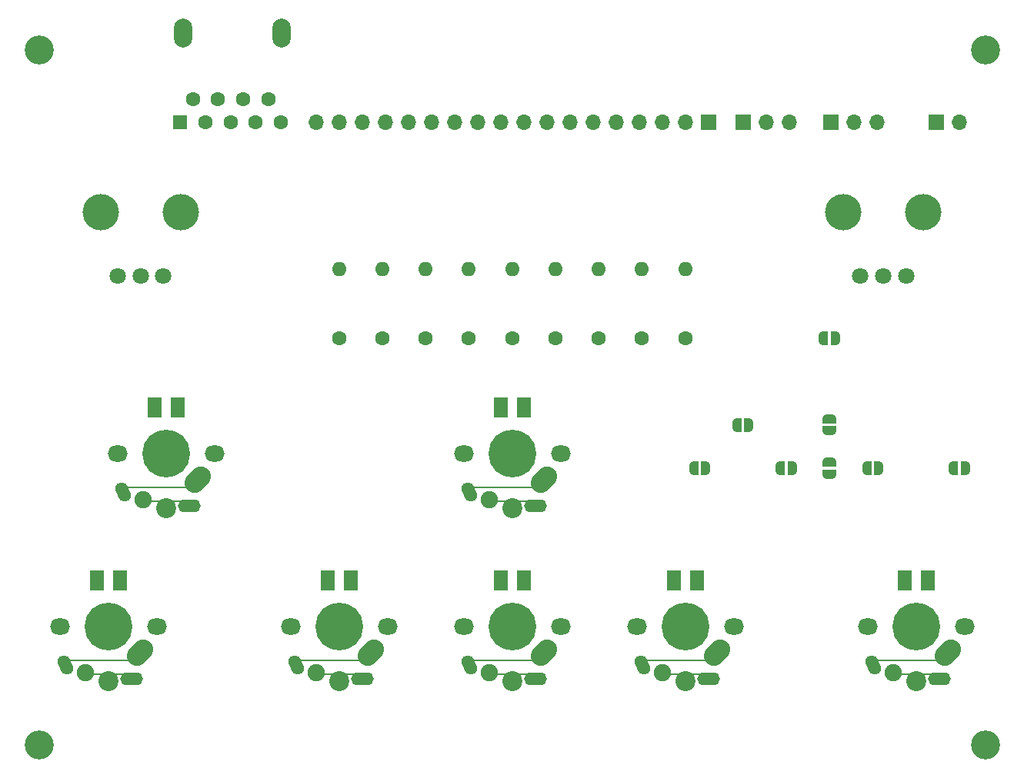
<source format=gbr>
%TF.GenerationSoftware,KiCad,Pcbnew,(6.0.1)*%
%TF.CreationDate,2022-12-18T00:47:21-08:00*%
%TF.ProjectId,JoyKeyMX,4a6f794b-6579-44d5-982e-6b696361645f,B*%
%TF.SameCoordinates,Original*%
%TF.FileFunction,Soldermask,Top*%
%TF.FilePolarity,Negative*%
%FSLAX46Y46*%
G04 Gerber Fmt 4.6, Leading zero omitted, Abs format (unit mm)*
G04 Created by KiCad (PCBNEW (6.0.1)) date 2022-12-18 00:47:21*
%MOMM*%
%LPD*%
G01*
G04 APERTURE LIST*
G04 Aperture macros list*
%AMHorizOval*
0 Thick line with rounded ends*
0 $1 width*
0 $2 $3 position (X,Y) of the first rounded end (center of the circle)*
0 $4 $5 position (X,Y) of the second rounded end (center of the circle)*
0 Add line between two ends*
20,1,$1,$2,$3,$4,$5,0*
0 Add two circle primitives to create the rounded ends*
1,1,$1,$2,$3*
1,1,$1,$4,$5*%
%AMFreePoly0*
4,1,22,0.500000,-0.750000,0.000000,-0.750000,0.000000,-0.745033,-0.079941,-0.743568,-0.215256,-0.701293,-0.333266,-0.622738,-0.424486,-0.514219,-0.481581,-0.384460,-0.499164,-0.250000,-0.500000,-0.250000,-0.500000,0.250000,-0.499164,0.250000,-0.499963,0.256109,-0.478152,0.396186,-0.417904,0.524511,-0.324060,0.630769,-0.204165,0.706417,-0.067858,0.745374,0.000000,0.744959,0.000000,0.750000,
0.500000,0.750000,0.500000,-0.750000,0.500000,-0.750000,$1*%
%AMFreePoly1*
4,1,20,0.000000,0.744959,0.073905,0.744508,0.209726,0.703889,0.328688,0.626782,0.421226,0.519385,0.479903,0.390333,0.500000,0.250000,0.500000,-0.250000,0.499851,-0.262216,0.476331,-0.402017,0.414519,-0.529596,0.319384,-0.634700,0.198574,-0.708877,0.061801,-0.746166,0.000000,-0.745033,0.000000,-0.750000,-0.500000,-0.750000,-0.500000,0.750000,0.000000,0.750000,0.000000,0.744959,
0.000000,0.744959,$1*%
G04 Aperture macros list end*
%ADD10C,5.250000*%
%ADD11O,2.200000X1.800000*%
%ADD12HorizOval,2.200000X-0.353553X-0.353553X0.353553X0.353553X0*%
%ADD13R,6.832600X0.228600*%
%ADD14HorizOval,1.400000X-0.169047X0.362523X0.169047X-0.362523X0*%
%ADD15C,2.200000*%
%ADD16R,1.758000X0.284000*%
%ADD17R,1.312000X0.254000*%
%ADD18O,2.500000X1.400000*%
%ADD19C,1.900000*%
%ADD20R,1.500000X2.300000*%
%ADD21R,1.700000X1.700000*%
%ADD22O,1.700000X1.700000*%
%ADD23FreePoly0,0.000000*%
%ADD24FreePoly1,0.000000*%
%ADD25FreePoly0,180.000000*%
%ADD26FreePoly1,180.000000*%
%ADD27FreePoly0,270.000000*%
%ADD28FreePoly1,270.000000*%
%ADD29FreePoly0,90.000000*%
%ADD30FreePoly1,90.000000*%
%ADD31C,4.000000*%
%ADD32C,1.800000*%
%ADD33C,1.600000*%
%ADD34O,1.600000X1.600000*%
%ADD35R,1.600000X1.600000*%
%ADD36C,3.200000*%
%ADD37O,2.000000X3.200000*%
G04 APERTURE END LIST*
D10*
%TO.C,SW7*%
X146050000Y-127000000D03*
D11*
X151380000Y-127000000D03*
X140720000Y-127000000D03*
D12*
X149550000Y-129870000D03*
D13*
X144830800Y-130683000D03*
D14*
X141350000Y-131250000D03*
D15*
X146050000Y-133000000D03*
D16*
X147310000Y-132192000D03*
D17*
X144780000Y-132207000D03*
D18*
X148650000Y-132750000D03*
D19*
X143510000Y-132080000D03*
D20*
X147320000Y-121920000D03*
X144780000Y-121920000D03*
%TD*%
D10*
%TO.C,SW6*%
X107950000Y-127000000D03*
D11*
X113280000Y-127000000D03*
X102620000Y-127000000D03*
D12*
X111450000Y-129870000D03*
D13*
X106730800Y-130683000D03*
D14*
X103250000Y-131250000D03*
D15*
X107950000Y-133000000D03*
D16*
X109210000Y-132192000D03*
D17*
X106680000Y-132207000D03*
D18*
X110550000Y-132750000D03*
D19*
X105410000Y-132080000D03*
D20*
X109220000Y-121920000D03*
X106680000Y-121920000D03*
%TD*%
D10*
%TO.C,SW5*%
X127000000Y-127000000D03*
D11*
X132330000Y-127000000D03*
X121670000Y-127000000D03*
D12*
X130500000Y-129870000D03*
D13*
X125780800Y-130683000D03*
D14*
X122300000Y-131250000D03*
D15*
X127000000Y-133000000D03*
D16*
X128260000Y-132192000D03*
D17*
X125730000Y-132207000D03*
D18*
X129600000Y-132750000D03*
D19*
X124460000Y-132080000D03*
D20*
X128270000Y-121920000D03*
X125730000Y-121920000D03*
%TD*%
D10*
%TO.C,SW4*%
X127000000Y-107950000D03*
D11*
X132330000Y-107950000D03*
X121670000Y-107950000D03*
D12*
X130500000Y-110820000D03*
D13*
X125780800Y-111633000D03*
D14*
X122300000Y-112200000D03*
D15*
X127000000Y-113950000D03*
D16*
X128260000Y-113142000D03*
D17*
X125730000Y-113157000D03*
D18*
X129600000Y-113700000D03*
D19*
X124460000Y-113030000D03*
D20*
X128270000Y-102870000D03*
X125730000Y-102870000D03*
%TD*%
D10*
%TO.C,SW3*%
X88900000Y-107950000D03*
D11*
X94230000Y-107950000D03*
X83570000Y-107950000D03*
D12*
X92400000Y-110820000D03*
D13*
X87680800Y-111633000D03*
D14*
X84200000Y-112200000D03*
D15*
X88900000Y-113950000D03*
D16*
X90160000Y-113142000D03*
D17*
X87630000Y-113157000D03*
D18*
X91500000Y-113700000D03*
D19*
X86360000Y-113030000D03*
D20*
X90170000Y-102870000D03*
X87630000Y-102870000D03*
%TD*%
D10*
%TO.C,SW2*%
X171450000Y-127000000D03*
D11*
X176780000Y-127000000D03*
X166120000Y-127000000D03*
D12*
X174950000Y-129870000D03*
D13*
X170230800Y-130683000D03*
D14*
X166750000Y-131250000D03*
D15*
X171450000Y-133000000D03*
D16*
X172710000Y-132192000D03*
D17*
X170180000Y-132207000D03*
D18*
X174050000Y-132750000D03*
D19*
X168910000Y-132080000D03*
D20*
X172720000Y-121920000D03*
X170180000Y-121920000D03*
%TD*%
D10*
%TO.C,SW1*%
X82550000Y-127000000D03*
D11*
X87880000Y-127000000D03*
X77220000Y-127000000D03*
D12*
X86050000Y-129870000D03*
D13*
X81330800Y-130683000D03*
D14*
X77850000Y-131250000D03*
D15*
X82550000Y-133000000D03*
D16*
X83810000Y-132192000D03*
D17*
X81280000Y-132207000D03*
D18*
X85150000Y-132750000D03*
D19*
X80010000Y-132080000D03*
D20*
X83820000Y-121920000D03*
X81280000Y-121920000D03*
%TD*%
D21*
%TO.C,JP9*%
X152400000Y-71437500D03*
D22*
X154940000Y-71437500D03*
X157480000Y-71437500D03*
%TD*%
D21*
%TO.C,JP8*%
X162067000Y-71437500D03*
D22*
X164607000Y-71437500D03*
X167147000Y-71437500D03*
%TD*%
D23*
%TO.C,JP7*%
X166037500Y-109537500D03*
D24*
X167337500Y-109537500D03*
%TD*%
D25*
%TO.C,JP6*%
X157812500Y-109537500D03*
D26*
X156512500Y-109537500D03*
%TD*%
D27*
%TO.C,JP5*%
X161925000Y-108887500D03*
D28*
X161925000Y-110187500D03*
%TD*%
D29*
%TO.C,JP4*%
X161925000Y-105425000D03*
D30*
X161925000Y-104125000D03*
%TD*%
D25*
%TO.C,JP3*%
X153050000Y-104775000D03*
D26*
X151750000Y-104775000D03*
%TD*%
D23*
%TO.C,JP2*%
X175562500Y-109537500D03*
D24*
X176862500Y-109537500D03*
%TD*%
D23*
%TO.C,JP1*%
X146987500Y-109537500D03*
D24*
X148287500Y-109537500D03*
%TD*%
D31*
%TO.C,RV1*%
X81706000Y-81346000D03*
X90506000Y-81346000D03*
D32*
X88606000Y-88346000D03*
X86106000Y-88346000D03*
X83606000Y-88346000D03*
%TD*%
D31*
%TO.C,RV2*%
X163444000Y-81346000D03*
X172244000Y-81346000D03*
D32*
X170344000Y-88346000D03*
X167844000Y-88346000D03*
X165344000Y-88346000D03*
%TD*%
D33*
%TO.C,R6*%
X131762500Y-95250000D03*
D34*
X131762500Y-87630000D03*
%TD*%
D33*
%TO.C,R1*%
X107950000Y-95250000D03*
D34*
X107950000Y-87630000D03*
%TD*%
D33*
%TO.C,R4*%
X122237500Y-95250000D03*
D34*
X122237500Y-87630000D03*
%TD*%
D33*
%TO.C,R5*%
X127000000Y-95250000D03*
D34*
X127000000Y-87630000D03*
%TD*%
D33*
%TO.C,R8*%
X141287500Y-95250000D03*
D34*
X141287500Y-87630000D03*
%TD*%
D33*
%TO.C,R7*%
X136525000Y-95250000D03*
D34*
X136525000Y-87630000D03*
%TD*%
D33*
%TO.C,R2*%
X112712500Y-95250000D03*
D34*
X112712500Y-87630000D03*
%TD*%
D33*
%TO.C,R9*%
X146050000Y-95250000D03*
D34*
X146050000Y-87630000D03*
%TD*%
D33*
%TO.C,R3*%
X117475000Y-95250000D03*
D34*
X117475000Y-87630000D03*
%TD*%
D35*
%TO.C,J1*%
X90487500Y-71437500D03*
D33*
X93257500Y-71437500D03*
X96027500Y-71437500D03*
X98797500Y-71437500D03*
X101567500Y-71437500D03*
X91872500Y-68897500D03*
X94642500Y-68897500D03*
X97412500Y-68897500D03*
X100182500Y-68897500D03*
%TD*%
D21*
%TO.C,J2*%
X148590000Y-71437500D03*
D22*
X146050000Y-71437500D03*
X143510000Y-71437500D03*
X140970000Y-71437500D03*
X138430000Y-71437500D03*
X135890000Y-71437500D03*
X133350000Y-71437500D03*
X130810000Y-71437500D03*
X128270000Y-71437500D03*
X125730000Y-71437500D03*
X123190000Y-71437500D03*
X120650000Y-71437500D03*
X118110000Y-71437500D03*
X115570000Y-71437500D03*
X113030000Y-71437500D03*
X110490000Y-71437500D03*
X107950000Y-71437500D03*
X105410000Y-71437500D03*
%TD*%
D36*
%TO.C,REF\u002A\u002A*%
X179070000Y-140017500D03*
%TD*%
D21*
%TO.C,J3*%
X173672500Y-71437500D03*
D22*
X176212500Y-71437500D03*
%TD*%
D37*
%TO.C,REF\u002A\u002A*%
X90805000Y-61595000D03*
%TD*%
%TO.C,REF\u002A\u002A*%
X101600000Y-61595000D03*
%TD*%
D36*
%TO.C,REF\u002A\u002A*%
X74930000Y-63500000D03*
%TD*%
D23*
%TO.C,JP10*%
X161275000Y-95250000D03*
D24*
X162575000Y-95250000D03*
%TD*%
D36*
%TO.C,REF\u002A\u002A*%
X179070000Y-63500000D03*
%TD*%
%TO.C,REF\u002A\u002A*%
X74930000Y-140017500D03*
%TD*%
M02*

</source>
